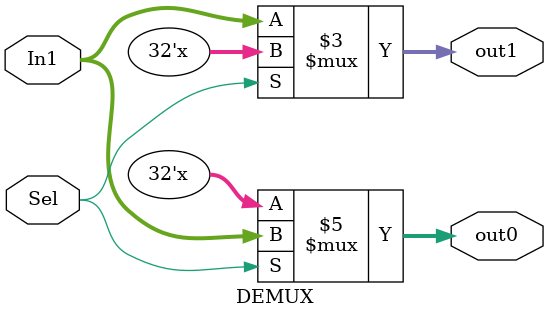
<source format=v>
module DEMUX(input [31:0] In1, input Sel,output reg[31:0] out0,output reg[31:0] out1);

always@(*)
begin
   case(Sel)
   0: begin
         out1 = In1;
         //out2 = 0; // to be fixed
      end
   1: begin
         //out1 = 0; // to be fixed
         out0 = In1;
      end
endcase
end
endmodule
</source>
